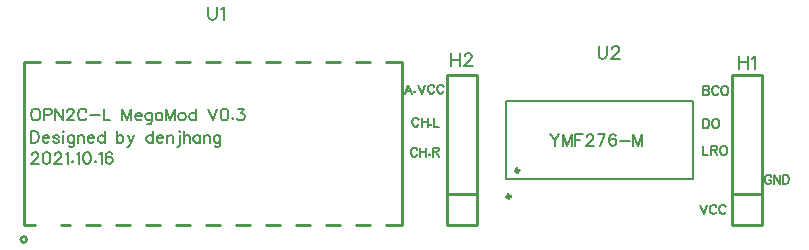
<source format=gto>
G04 Layer: TopSilkLayer*
G04 EasyEDA v6.4.25, 2021-10-17T02:20:50+08:00*
G04 2ac7491e4d7b47ffaeae1aaf30646eaa,91c7be0e0535418db580a4ece6a21754,10*
G04 Gerber Generator version 0.2*
G04 Scale: 100 percent, Rotated: No, Reflected: No *
G04 Dimensions in millimeters *
G04 leading zeros omitted , absolute positions ,4 integer and 5 decimal *
%FSLAX45Y45*%
%MOMM*%

%ADD10C,0.2540*%
%ADD21C,0.1524*%
%ADD22C,0.3000*%
%ADD23C,0.2032*%

%LPD*%
D23*
X942594Y3761739D02*
G01*
X933195Y3757168D01*
X923797Y3747770D01*
X918971Y3738371D01*
X914400Y3724147D01*
X914400Y3700779D01*
X918971Y3686810D01*
X923797Y3677412D01*
X933195Y3668013D01*
X942594Y3663187D01*
X961389Y3663187D01*
X970787Y3668013D01*
X980186Y3677412D01*
X984757Y3686810D01*
X989329Y3700779D01*
X989329Y3724147D01*
X984757Y3738371D01*
X980186Y3747770D01*
X970787Y3757168D01*
X961389Y3761739D01*
X942594Y3761739D01*
X1020318Y3761739D02*
G01*
X1020318Y3663187D01*
X1020318Y3761739D02*
G01*
X1062736Y3761739D01*
X1076705Y3757168D01*
X1081278Y3752342D01*
X1086104Y3742944D01*
X1086104Y3728973D01*
X1081278Y3719576D01*
X1076705Y3714750D01*
X1062736Y3710178D01*
X1020318Y3710178D01*
X1117092Y3761739D02*
G01*
X1117092Y3663187D01*
X1117092Y3761739D02*
G01*
X1182623Y3663187D01*
X1182623Y3761739D02*
G01*
X1182623Y3663187D01*
X1218437Y3738371D02*
G01*
X1218437Y3742944D01*
X1223010Y3752342D01*
X1227836Y3757168D01*
X1237234Y3761739D01*
X1255776Y3761739D01*
X1265173Y3757168D01*
X1270000Y3752342D01*
X1274571Y3742944D01*
X1274571Y3733545D01*
X1270000Y3724147D01*
X1260602Y3710178D01*
X1213612Y3663187D01*
X1279397Y3663187D01*
X1380744Y3738371D02*
G01*
X1375918Y3747770D01*
X1366520Y3757168D01*
X1357121Y3761739D01*
X1338579Y3761739D01*
X1329181Y3757168D01*
X1319784Y3747770D01*
X1314957Y3738371D01*
X1310386Y3724147D01*
X1310386Y3700779D01*
X1314957Y3686810D01*
X1319784Y3677412D01*
X1329181Y3668013D01*
X1338579Y3663187D01*
X1357121Y3663187D01*
X1366520Y3668013D01*
X1375918Y3677412D01*
X1380744Y3686810D01*
X1411731Y3705352D02*
G01*
X1496060Y3705352D01*
X1527047Y3761739D02*
G01*
X1527047Y3663187D01*
X1527047Y3663187D02*
G01*
X1583436Y3663187D01*
X1686560Y3761739D02*
G01*
X1686560Y3663187D01*
X1686560Y3761739D02*
G01*
X1724152Y3663187D01*
X1761489Y3761739D02*
G01*
X1724152Y3663187D01*
X1761489Y3761739D02*
G01*
X1761489Y3663187D01*
X1792478Y3700779D02*
G01*
X1848865Y3700779D01*
X1848865Y3710178D01*
X1844039Y3719576D01*
X1839468Y3724147D01*
X1830070Y3728973D01*
X1816100Y3728973D01*
X1806702Y3724147D01*
X1797304Y3714750D01*
X1792478Y3700779D01*
X1792478Y3691381D01*
X1797304Y3677412D01*
X1806702Y3668013D01*
X1816100Y3663187D01*
X1830070Y3663187D01*
X1839468Y3668013D01*
X1848865Y3677412D01*
X1935988Y3728973D02*
G01*
X1935988Y3653789D01*
X1931415Y3639820D01*
X1926589Y3634994D01*
X1917192Y3630421D01*
X1903221Y3630421D01*
X1893823Y3634994D01*
X1935988Y3714750D02*
G01*
X1926589Y3724147D01*
X1917192Y3728973D01*
X1903221Y3728973D01*
X1893823Y3724147D01*
X1884426Y3714750D01*
X1879854Y3700779D01*
X1879854Y3691381D01*
X1884426Y3677412D01*
X1893823Y3668013D01*
X1903221Y3663187D01*
X1917192Y3663187D01*
X1926589Y3668013D01*
X1935988Y3677412D01*
X2023363Y3728973D02*
G01*
X2023363Y3663187D01*
X2023363Y3714750D02*
G01*
X2013965Y3724147D01*
X2004568Y3728973D01*
X1990597Y3728973D01*
X1981200Y3724147D01*
X1971802Y3714750D01*
X1966975Y3700779D01*
X1966975Y3691381D01*
X1971802Y3677412D01*
X1981200Y3668013D01*
X1990597Y3663187D01*
X2004568Y3663187D01*
X2013965Y3668013D01*
X2023363Y3677412D01*
X2054352Y3761739D02*
G01*
X2054352Y3663187D01*
X2054352Y3761739D02*
G01*
X2091943Y3663187D01*
X2129281Y3761739D02*
G01*
X2091943Y3663187D01*
X2129281Y3761739D02*
G01*
X2129281Y3663187D01*
X2183638Y3728973D02*
G01*
X2174493Y3724147D01*
X2165095Y3714750D01*
X2160270Y3700779D01*
X2160270Y3691381D01*
X2165095Y3677412D01*
X2174493Y3668013D01*
X2183638Y3663187D01*
X2197861Y3663187D01*
X2207259Y3668013D01*
X2216658Y3677412D01*
X2221229Y3691381D01*
X2221229Y3700779D01*
X2216658Y3714750D01*
X2207259Y3724147D01*
X2197861Y3728973D01*
X2183638Y3728973D01*
X2308606Y3761739D02*
G01*
X2308606Y3663187D01*
X2308606Y3714750D02*
G01*
X2299208Y3724147D01*
X2289809Y3728973D01*
X2275586Y3728973D01*
X2266441Y3724147D01*
X2257043Y3714750D01*
X2252218Y3700779D01*
X2252218Y3691381D01*
X2257043Y3677412D01*
X2266441Y3668013D01*
X2275586Y3663187D01*
X2289809Y3663187D01*
X2299208Y3668013D01*
X2308606Y3677412D01*
X2411729Y3761739D02*
G01*
X2449322Y3663187D01*
X2486913Y3761739D02*
G01*
X2449322Y3663187D01*
X2545841Y3761739D02*
G01*
X2531872Y3757168D01*
X2522474Y3742944D01*
X2517647Y3719576D01*
X2517647Y3705352D01*
X2522474Y3681984D01*
X2531872Y3668013D01*
X2545841Y3663187D01*
X2555240Y3663187D01*
X2569463Y3668013D01*
X2578861Y3681984D01*
X2583434Y3705352D01*
X2583434Y3719576D01*
X2578861Y3742944D01*
X2569463Y3757168D01*
X2555240Y3761739D01*
X2545841Y3761739D01*
X2618993Y3686810D02*
G01*
X2614422Y3681984D01*
X2618993Y3677412D01*
X2623820Y3681984D01*
X2618993Y3686810D01*
X2664206Y3761739D02*
G01*
X2715768Y3761739D01*
X2687574Y3724147D01*
X2701543Y3724147D01*
X2710941Y3719576D01*
X2715768Y3714750D01*
X2720340Y3700779D01*
X2720340Y3691381D01*
X2715768Y3677412D01*
X2706370Y3668013D01*
X2692145Y3663187D01*
X2678175Y3663187D01*
X2664206Y3668013D01*
X2659379Y3672586D01*
X2654808Y3681984D01*
X914400Y3571239D02*
G01*
X914400Y3472687D01*
X914400Y3571239D02*
G01*
X947165Y3571239D01*
X961389Y3566668D01*
X970787Y3557270D01*
X975360Y3547871D01*
X980186Y3533647D01*
X980186Y3510279D01*
X975360Y3496310D01*
X970787Y3486912D01*
X961389Y3477513D01*
X947165Y3472687D01*
X914400Y3472687D01*
X1010920Y3510279D02*
G01*
X1067307Y3510279D01*
X1067307Y3519678D01*
X1062736Y3529076D01*
X1057910Y3533647D01*
X1048512Y3538473D01*
X1034542Y3538473D01*
X1025144Y3533647D01*
X1015745Y3524250D01*
X1010920Y3510279D01*
X1010920Y3500881D01*
X1015745Y3486912D01*
X1025144Y3477513D01*
X1034542Y3472687D01*
X1048512Y3472687D01*
X1057910Y3477513D01*
X1067307Y3486912D01*
X1149857Y3524250D02*
G01*
X1145286Y3533647D01*
X1131062Y3538473D01*
X1117092Y3538473D01*
X1102868Y3533647D01*
X1098295Y3524250D01*
X1102868Y3514852D01*
X1112265Y3510279D01*
X1135887Y3505454D01*
X1145286Y3500881D01*
X1149857Y3491484D01*
X1149857Y3486912D01*
X1145286Y3477513D01*
X1131062Y3472687D01*
X1117092Y3472687D01*
X1102868Y3477513D01*
X1098295Y3486912D01*
X1180845Y3571239D02*
G01*
X1185418Y3566668D01*
X1190244Y3571239D01*
X1185418Y3575812D01*
X1180845Y3571239D01*
X1185418Y3538473D02*
G01*
X1185418Y3472687D01*
X1277365Y3538473D02*
G01*
X1277365Y3463289D01*
X1272794Y3449320D01*
X1267968Y3444494D01*
X1258823Y3439921D01*
X1244600Y3439921D01*
X1235202Y3444494D01*
X1277365Y3524250D02*
G01*
X1267968Y3533647D01*
X1258823Y3538473D01*
X1244600Y3538473D01*
X1235202Y3533647D01*
X1225804Y3524250D01*
X1221231Y3510279D01*
X1221231Y3500881D01*
X1225804Y3486912D01*
X1235202Y3477513D01*
X1244600Y3472687D01*
X1258823Y3472687D01*
X1267968Y3477513D01*
X1277365Y3486912D01*
X1308354Y3538473D02*
G01*
X1308354Y3472687D01*
X1308354Y3519678D02*
G01*
X1322578Y3533647D01*
X1331976Y3538473D01*
X1345945Y3538473D01*
X1355344Y3533647D01*
X1359915Y3519678D01*
X1359915Y3472687D01*
X1390904Y3510279D02*
G01*
X1447292Y3510279D01*
X1447292Y3519678D01*
X1442720Y3529076D01*
X1437894Y3533647D01*
X1428495Y3538473D01*
X1414526Y3538473D01*
X1405128Y3533647D01*
X1395729Y3524250D01*
X1390904Y3510279D01*
X1390904Y3500881D01*
X1395729Y3486912D01*
X1405128Y3477513D01*
X1414526Y3472687D01*
X1428495Y3472687D01*
X1437894Y3477513D01*
X1447292Y3486912D01*
X1534413Y3571239D02*
G01*
X1534413Y3472687D01*
X1534413Y3524250D02*
G01*
X1525270Y3533647D01*
X1515871Y3538473D01*
X1501647Y3538473D01*
X1492250Y3533647D01*
X1482852Y3524250D01*
X1478279Y3510279D01*
X1478279Y3500881D01*
X1482852Y3486912D01*
X1492250Y3477513D01*
X1501647Y3472687D01*
X1515871Y3472687D01*
X1525270Y3477513D01*
X1534413Y3486912D01*
X1637792Y3571239D02*
G01*
X1637792Y3472687D01*
X1637792Y3524250D02*
G01*
X1647189Y3533647D01*
X1656587Y3538473D01*
X1670557Y3538473D01*
X1679955Y3533647D01*
X1689354Y3524250D01*
X1693926Y3510279D01*
X1693926Y3500881D01*
X1689354Y3486912D01*
X1679955Y3477513D01*
X1670557Y3472687D01*
X1656587Y3472687D01*
X1647189Y3477513D01*
X1637792Y3486912D01*
X1729739Y3538473D02*
G01*
X1757934Y3472687D01*
X1785873Y3538473D02*
G01*
X1757934Y3472687D01*
X1748536Y3453892D01*
X1739137Y3444494D01*
X1729739Y3439921D01*
X1724913Y3439921D01*
X1945386Y3571239D02*
G01*
X1945386Y3472687D01*
X1945386Y3524250D02*
G01*
X1935988Y3533647D01*
X1926589Y3538473D01*
X1912620Y3538473D01*
X1903221Y3533647D01*
X1893823Y3524250D01*
X1889252Y3510279D01*
X1889252Y3500881D01*
X1893823Y3486912D01*
X1903221Y3477513D01*
X1912620Y3472687D01*
X1926589Y3472687D01*
X1935988Y3477513D01*
X1945386Y3486912D01*
X1976374Y3510279D02*
G01*
X2032761Y3510279D01*
X2032761Y3519678D01*
X2027936Y3529076D01*
X2023363Y3533647D01*
X2013965Y3538473D01*
X1999995Y3538473D01*
X1990597Y3533647D01*
X1981200Y3524250D01*
X1976374Y3510279D01*
X1976374Y3500881D01*
X1981200Y3486912D01*
X1990597Y3477513D01*
X1999995Y3472687D01*
X2013965Y3472687D01*
X2023363Y3477513D01*
X2032761Y3486912D01*
X2063750Y3538473D02*
G01*
X2063750Y3472687D01*
X2063750Y3519678D02*
G01*
X2077720Y3533647D01*
X2087118Y3538473D01*
X2101088Y3538473D01*
X2110486Y3533647D01*
X2115311Y3519678D01*
X2115311Y3472687D01*
X2165095Y3571239D02*
G01*
X2169668Y3566668D01*
X2174493Y3571239D01*
X2169668Y3575812D01*
X2165095Y3571239D01*
X2169668Y3538473D02*
G01*
X2169668Y3458718D01*
X2165095Y3444494D01*
X2155697Y3439921D01*
X2146300Y3439921D01*
X2205227Y3571239D02*
G01*
X2205227Y3472687D01*
X2205227Y3519678D02*
G01*
X2219452Y3533647D01*
X2228850Y3538473D01*
X2242820Y3538473D01*
X2252218Y3533647D01*
X2257043Y3519678D01*
X2257043Y3472687D01*
X2344165Y3538473D02*
G01*
X2344165Y3472687D01*
X2344165Y3524250D02*
G01*
X2334768Y3533647D01*
X2325370Y3538473D01*
X2311400Y3538473D01*
X2302002Y3533647D01*
X2292604Y3524250D01*
X2287777Y3510279D01*
X2287777Y3500881D01*
X2292604Y3486912D01*
X2302002Y3477513D01*
X2311400Y3472687D01*
X2325370Y3472687D01*
X2334768Y3477513D01*
X2344165Y3486912D01*
X2375154Y3538473D02*
G01*
X2375154Y3472687D01*
X2375154Y3519678D02*
G01*
X2389124Y3533647D01*
X2398522Y3538473D01*
X2412745Y3538473D01*
X2422143Y3533647D01*
X2426715Y3519678D01*
X2426715Y3472687D01*
X2514091Y3538473D02*
G01*
X2514091Y3463289D01*
X2509265Y3449320D01*
X2504693Y3444494D01*
X2495295Y3439921D01*
X2481072Y3439921D01*
X2471674Y3444494D01*
X2514091Y3524250D02*
G01*
X2504693Y3533647D01*
X2495295Y3538473D01*
X2481072Y3538473D01*
X2471674Y3533647D01*
X2462275Y3524250D01*
X2457704Y3510279D01*
X2457704Y3500881D01*
X2462275Y3486912D01*
X2471674Y3477513D01*
X2481072Y3472687D01*
X2495295Y3472687D01*
X2504693Y3477513D01*
X2514091Y3486912D01*
X6604000Y3954271D02*
G01*
X6604000Y3877818D01*
X6604000Y3954271D02*
G01*
X6636765Y3954271D01*
X6647688Y3950715D01*
X6651243Y3946905D01*
X6654800Y3939794D01*
X6654800Y3932428D01*
X6651243Y3925062D01*
X6647688Y3921505D01*
X6636765Y3917950D01*
X6604000Y3917950D02*
G01*
X6636765Y3917950D01*
X6647688Y3914139D01*
X6651243Y3910584D01*
X6654800Y3903218D01*
X6654800Y3892295D01*
X6651243Y3885184D01*
X6647688Y3881373D01*
X6636765Y3877818D01*
X6604000Y3877818D01*
X6733540Y3935984D02*
G01*
X6729729Y3943350D01*
X6722618Y3950715D01*
X6715252Y3954271D01*
X6700774Y3954271D01*
X6693408Y3950715D01*
X6686295Y3943350D01*
X6682486Y3935984D01*
X6678929Y3925062D01*
X6678929Y3907028D01*
X6682486Y3896105D01*
X6686295Y3888739D01*
X6693408Y3881373D01*
X6700774Y3877818D01*
X6715252Y3877818D01*
X6722618Y3881373D01*
X6729729Y3888739D01*
X6733540Y3896105D01*
X6779259Y3954271D02*
G01*
X6771893Y3950715D01*
X6764781Y3943350D01*
X6760972Y3935984D01*
X6757415Y3925062D01*
X6757415Y3907028D01*
X6760972Y3896105D01*
X6764781Y3888739D01*
X6771893Y3881373D01*
X6779259Y3877818D01*
X6793738Y3877818D01*
X6801104Y3881373D01*
X6808470Y3888739D01*
X6812025Y3896105D01*
X6815581Y3907028D01*
X6815581Y3925062D01*
X6812025Y3935984D01*
X6808470Y3943350D01*
X6801104Y3950715D01*
X6793738Y3954271D01*
X6779259Y3954271D01*
X6604000Y3674871D02*
G01*
X6604000Y3598418D01*
X6604000Y3674871D02*
G01*
X6629400Y3674871D01*
X6640322Y3671315D01*
X6647688Y3663950D01*
X6651243Y3656584D01*
X6654800Y3645662D01*
X6654800Y3627628D01*
X6651243Y3616705D01*
X6647688Y3609339D01*
X6640322Y3601973D01*
X6629400Y3598418D01*
X6604000Y3598418D01*
X6700774Y3674871D02*
G01*
X6693408Y3671315D01*
X6686295Y3663950D01*
X6682486Y3656584D01*
X6678929Y3645662D01*
X6678929Y3627628D01*
X6682486Y3616705D01*
X6686295Y3609339D01*
X6693408Y3601973D01*
X6700774Y3598418D01*
X6715252Y3598418D01*
X6722618Y3601973D01*
X6729729Y3609339D01*
X6733540Y3616705D01*
X6737095Y3627628D01*
X6737095Y3645662D01*
X6733540Y3656584D01*
X6729729Y3663950D01*
X6722618Y3671315D01*
X6715252Y3674871D01*
X6700774Y3674871D01*
X6604000Y3446271D02*
G01*
X6604000Y3369818D01*
X6604000Y3369818D02*
G01*
X6647688Y3369818D01*
X6671563Y3446271D02*
G01*
X6671563Y3369818D01*
X6671563Y3446271D02*
G01*
X6704329Y3446271D01*
X6715252Y3442715D01*
X6718808Y3438905D01*
X6722618Y3431794D01*
X6722618Y3424428D01*
X6718808Y3417062D01*
X6715252Y3413505D01*
X6704329Y3409950D01*
X6671563Y3409950D01*
X6696963Y3409950D02*
G01*
X6722618Y3369818D01*
X6768338Y3446271D02*
G01*
X6760972Y3442715D01*
X6753859Y3435350D01*
X6750304Y3427984D01*
X6746493Y3417062D01*
X6746493Y3399028D01*
X6750304Y3388105D01*
X6753859Y3380739D01*
X6760972Y3373373D01*
X6768338Y3369818D01*
X6782815Y3369818D01*
X6790181Y3373373D01*
X6797547Y3380739D01*
X6801104Y3388105D01*
X6804659Y3399028D01*
X6804659Y3417062D01*
X6801104Y3427984D01*
X6797547Y3435350D01*
X6790181Y3442715D01*
X6782815Y3446271D01*
X6768338Y3446271D01*
X7179309Y3184141D02*
G01*
X7175500Y3191507D01*
X7168388Y3198873D01*
X7161022Y3202429D01*
X7146543Y3202429D01*
X7139177Y3198873D01*
X7132065Y3191507D01*
X7128256Y3184141D01*
X7124700Y3173219D01*
X7124700Y3155185D01*
X7128256Y3144263D01*
X7132065Y3136897D01*
X7139177Y3129531D01*
X7146543Y3125975D01*
X7161022Y3125975D01*
X7168388Y3129531D01*
X7175500Y3136897D01*
X7179309Y3144263D01*
X7179309Y3155185D01*
X7161022Y3155185D02*
G01*
X7179309Y3155185D01*
X7203186Y3202429D02*
G01*
X7203186Y3125975D01*
X7203186Y3202429D02*
G01*
X7254240Y3125975D01*
X7254240Y3202429D02*
G01*
X7254240Y3125975D01*
X7278115Y3202429D02*
G01*
X7278115Y3125975D01*
X7278115Y3202429D02*
G01*
X7303515Y3202429D01*
X7314438Y3198873D01*
X7321804Y3191507D01*
X7325359Y3184141D01*
X7329170Y3173219D01*
X7329170Y3155185D01*
X7325359Y3144263D01*
X7321804Y3136897D01*
X7314438Y3129531D01*
X7303515Y3125975D01*
X7278115Y3125975D01*
X6578600Y2948429D02*
G01*
X6607809Y2871975D01*
X6636765Y2948429D02*
G01*
X6607809Y2871975D01*
X6715252Y2930141D02*
G01*
X6711695Y2937507D01*
X6704329Y2944873D01*
X6697218Y2948429D01*
X6682486Y2948429D01*
X6675374Y2944873D01*
X6668008Y2937507D01*
X6664452Y2930141D01*
X6660895Y2919219D01*
X6660895Y2901185D01*
X6664452Y2890263D01*
X6668008Y2882897D01*
X6675374Y2875531D01*
X6682486Y2871975D01*
X6697218Y2871975D01*
X6704329Y2875531D01*
X6711695Y2882897D01*
X6715252Y2890263D01*
X6793991Y2930141D02*
G01*
X6790181Y2937507D01*
X6783070Y2944873D01*
X6775704Y2948429D01*
X6761225Y2948429D01*
X6753859Y2944873D01*
X6746493Y2937507D01*
X6742938Y2930141D01*
X6739381Y2919219D01*
X6739381Y2901185D01*
X6742938Y2890263D01*
X6746493Y2882897D01*
X6753859Y2875531D01*
X6761225Y2871975D01*
X6775704Y2871975D01*
X6783070Y2875531D01*
X6790181Y2882897D01*
X6793991Y2890263D01*
X5308600Y3545839D02*
G01*
X5346191Y3498850D01*
X5346191Y3447287D01*
X5383529Y3545839D02*
G01*
X5346191Y3498850D01*
X5414518Y3545839D02*
G01*
X5414518Y3447287D01*
X5414518Y3545839D02*
G01*
X5452109Y3447287D01*
X5489702Y3545839D02*
G01*
X5452109Y3447287D01*
X5489702Y3545839D02*
G01*
X5489702Y3447287D01*
X5520690Y3545839D02*
G01*
X5520690Y3447287D01*
X5520690Y3545839D02*
G01*
X5581650Y3545839D01*
X5520690Y3498850D02*
G01*
X5558281Y3498850D01*
X5617209Y3522471D02*
G01*
X5617209Y3527044D01*
X5622036Y3536442D01*
X5626608Y3541268D01*
X5636006Y3545839D01*
X5654802Y3545839D01*
X5664200Y3541268D01*
X5668772Y3536442D01*
X5673597Y3527044D01*
X5673597Y3517645D01*
X5668772Y3508247D01*
X5659374Y3494278D01*
X5612638Y3447287D01*
X5678170Y3447287D01*
X5774943Y3545839D02*
G01*
X5727954Y3447287D01*
X5709158Y3545839D02*
G01*
X5774943Y3545839D01*
X5862065Y3531870D02*
G01*
X5857493Y3541268D01*
X5843270Y3545839D01*
X5833872Y3545839D01*
X5819902Y3541268D01*
X5810504Y3527044D01*
X5805931Y3503676D01*
X5805931Y3480054D01*
X5810504Y3461512D01*
X5819902Y3452113D01*
X5833872Y3447287D01*
X5838697Y3447287D01*
X5852668Y3452113D01*
X5862065Y3461512D01*
X5866891Y3475481D01*
X5866891Y3480054D01*
X5862065Y3494278D01*
X5852668Y3503676D01*
X5838697Y3508247D01*
X5833872Y3508247D01*
X5819902Y3503676D01*
X5810504Y3494278D01*
X5805931Y3480054D01*
X5897879Y3489452D02*
G01*
X5982208Y3489452D01*
X6013195Y3545839D02*
G01*
X6013195Y3447287D01*
X6013195Y3545839D02*
G01*
X6050788Y3447287D01*
X6088125Y3545839D02*
G01*
X6050788Y3447287D01*
X6088125Y3545839D02*
G01*
X6088125Y3447287D01*
X918971Y3370071D02*
G01*
X918971Y3374644D01*
X923797Y3384042D01*
X928370Y3388868D01*
X937768Y3393439D01*
X956563Y3393439D01*
X965962Y3388868D01*
X970787Y3384042D01*
X975360Y3374644D01*
X975360Y3365245D01*
X970787Y3355847D01*
X961389Y3341878D01*
X914400Y3294887D01*
X980186Y3294887D01*
X1039113Y3393439D02*
G01*
X1025144Y3388868D01*
X1015745Y3374644D01*
X1010920Y3351276D01*
X1010920Y3337052D01*
X1015745Y3313684D01*
X1025144Y3299713D01*
X1039113Y3294887D01*
X1048512Y3294887D01*
X1062736Y3299713D01*
X1072134Y3313684D01*
X1076705Y3337052D01*
X1076705Y3351276D01*
X1072134Y3374644D01*
X1062736Y3388868D01*
X1048512Y3393439D01*
X1039113Y3393439D01*
X1112265Y3370071D02*
G01*
X1112265Y3374644D01*
X1117092Y3384042D01*
X1121663Y3388868D01*
X1131062Y3393439D01*
X1149857Y3393439D01*
X1159255Y3388868D01*
X1164081Y3384042D01*
X1168654Y3374644D01*
X1168654Y3365245D01*
X1164081Y3355847D01*
X1154684Y3341878D01*
X1107694Y3294887D01*
X1173226Y3294887D01*
X1204213Y3374644D02*
G01*
X1213612Y3379470D01*
X1227836Y3393439D01*
X1227836Y3294887D01*
X1263395Y3318510D02*
G01*
X1258823Y3313684D01*
X1263395Y3309112D01*
X1268221Y3313684D01*
X1263395Y3318510D01*
X1298955Y3374644D02*
G01*
X1308354Y3379470D01*
X1322578Y3393439D01*
X1322578Y3294887D01*
X1381505Y3393439D02*
G01*
X1367536Y3388868D01*
X1358137Y3374644D01*
X1353565Y3351276D01*
X1353565Y3337052D01*
X1358137Y3313684D01*
X1367536Y3299713D01*
X1381505Y3294887D01*
X1390904Y3294887D01*
X1405128Y3299713D01*
X1414526Y3313684D01*
X1419097Y3337052D01*
X1419097Y3351276D01*
X1414526Y3374644D01*
X1405128Y3388868D01*
X1390904Y3393439D01*
X1381505Y3393439D01*
X1454912Y3318510D02*
G01*
X1450086Y3313684D01*
X1454912Y3309112D01*
X1459484Y3313684D01*
X1454912Y3318510D01*
X1490471Y3374644D02*
G01*
X1499870Y3379470D01*
X1513839Y3393439D01*
X1513839Y3294887D01*
X1601215Y3379470D02*
G01*
X1596389Y3388868D01*
X1582420Y3393439D01*
X1573021Y3393439D01*
X1559052Y3388868D01*
X1549654Y3374644D01*
X1544828Y3351276D01*
X1544828Y3327654D01*
X1549654Y3309112D01*
X1559052Y3299713D01*
X1573021Y3294887D01*
X1577594Y3294887D01*
X1591818Y3299713D01*
X1601215Y3309112D01*
X1605787Y3323081D01*
X1605787Y3327654D01*
X1601215Y3341878D01*
X1591818Y3351276D01*
X1577594Y3355847D01*
X1573021Y3355847D01*
X1559052Y3351276D01*
X1549654Y3341878D01*
X1544828Y3327654D01*
X4105909Y3966971D02*
G01*
X4076700Y3890518D01*
X4105909Y3966971D02*
G01*
X4134865Y3890518D01*
X4087622Y3915918D02*
G01*
X4123943Y3915918D01*
X4162552Y3908805D02*
G01*
X4158995Y3904995D01*
X4162552Y3901439D01*
X4166108Y3904995D01*
X4162552Y3908805D01*
X4190238Y3966971D02*
G01*
X4219193Y3890518D01*
X4248404Y3966971D02*
G01*
X4219193Y3890518D01*
X4326890Y3948684D02*
G01*
X4323334Y3956050D01*
X4315968Y3963415D01*
X4308602Y3966971D01*
X4294124Y3966971D01*
X4286758Y3963415D01*
X4279645Y3956050D01*
X4276090Y3948684D01*
X4272279Y3937762D01*
X4272279Y3919728D01*
X4276090Y3908805D01*
X4279645Y3901439D01*
X4286758Y3894073D01*
X4294124Y3890518D01*
X4308602Y3890518D01*
X4315968Y3894073D01*
X4323334Y3901439D01*
X4326890Y3908805D01*
X4405375Y3948684D02*
G01*
X4401820Y3956050D01*
X4394454Y3963415D01*
X4387341Y3966971D01*
X4372609Y3966971D01*
X4365497Y3963415D01*
X4358131Y3956050D01*
X4354575Y3948684D01*
X4350765Y3937762D01*
X4350765Y3919728D01*
X4354575Y3908805D01*
X4358131Y3901439D01*
X4365497Y3894073D01*
X4372609Y3890518D01*
X4387341Y3890518D01*
X4394454Y3894073D01*
X4401820Y3901439D01*
X4405375Y3908805D01*
X4194809Y3669284D02*
G01*
X4191000Y3676650D01*
X4183888Y3684015D01*
X4176522Y3687571D01*
X4162043Y3687571D01*
X4154677Y3684015D01*
X4147565Y3676650D01*
X4143756Y3669284D01*
X4140200Y3658362D01*
X4140200Y3640328D01*
X4143756Y3629405D01*
X4147565Y3622039D01*
X4154677Y3614673D01*
X4162043Y3611118D01*
X4176522Y3611118D01*
X4183888Y3614673D01*
X4191000Y3622039D01*
X4194809Y3629405D01*
X4218686Y3687571D02*
G01*
X4218686Y3611118D01*
X4269740Y3687571D02*
G01*
X4269740Y3611118D01*
X4218686Y3651250D02*
G01*
X4269740Y3651250D01*
X4297172Y3629405D02*
G01*
X4293615Y3625595D01*
X4297172Y3622039D01*
X4300981Y3625595D01*
X4297172Y3629405D01*
X4324858Y3687571D02*
G01*
X4324858Y3611118D01*
X4324858Y3611118D02*
G01*
X4368545Y3611118D01*
X4182109Y3415284D02*
G01*
X4178300Y3422650D01*
X4171188Y3430015D01*
X4163822Y3433571D01*
X4149343Y3433571D01*
X4141977Y3430015D01*
X4134865Y3422650D01*
X4131056Y3415284D01*
X4127500Y3404362D01*
X4127500Y3386328D01*
X4131056Y3375405D01*
X4134865Y3368039D01*
X4141977Y3360673D01*
X4149343Y3357118D01*
X4163822Y3357118D01*
X4171188Y3360673D01*
X4178300Y3368039D01*
X4182109Y3375405D01*
X4205986Y3433571D02*
G01*
X4205986Y3357118D01*
X4257040Y3433571D02*
G01*
X4257040Y3357118D01*
X4205986Y3397250D02*
G01*
X4257040Y3397250D01*
X4284472Y3375405D02*
G01*
X4280915Y3371595D01*
X4284472Y3368039D01*
X4288281Y3371595D01*
X4284472Y3375405D01*
X4312158Y3433571D02*
G01*
X4312158Y3357118D01*
X4312158Y3433571D02*
G01*
X4344924Y3433571D01*
X4355845Y3430015D01*
X4359402Y3426205D01*
X4363211Y3419094D01*
X4363211Y3411728D01*
X4359402Y3404362D01*
X4355845Y3400805D01*
X4344924Y3397250D01*
X4312158Y3397250D01*
X4337558Y3397250D02*
G01*
X4363211Y3357118D01*
D21*
X4470400Y4230115D02*
G01*
X4470400Y4121150D01*
X4543043Y4230115D02*
G01*
X4543043Y4121150D01*
X4470400Y4178300D02*
G01*
X4543043Y4178300D01*
X4582668Y4204207D02*
G01*
X4582668Y4209287D01*
X4587747Y4219702D01*
X4593081Y4225036D01*
X4603495Y4230115D01*
X4624070Y4230115D01*
X4634484Y4225036D01*
X4639818Y4219702D01*
X4644897Y4209287D01*
X4644897Y4198873D01*
X4639818Y4188460D01*
X4629404Y4172965D01*
X4577334Y4121150D01*
X4650231Y4121150D01*
X2413000Y4623815D02*
G01*
X2413000Y4545837D01*
X2418079Y4530344D01*
X2428493Y4519929D01*
X2444241Y4514850D01*
X2454656Y4514850D01*
X2470150Y4519929D01*
X2480563Y4530344D01*
X2485643Y4545837D01*
X2485643Y4623815D01*
X2519934Y4602987D02*
G01*
X2530347Y4608321D01*
X2546095Y4623815D01*
X2546095Y4514850D01*
X5717004Y4293615D02*
G01*
X5717004Y4215637D01*
X5722084Y4200144D01*
X5732498Y4189729D01*
X5748246Y4184650D01*
X5758660Y4184650D01*
X5774154Y4189729D01*
X5784568Y4200144D01*
X5789648Y4215637D01*
X5789648Y4293615D01*
X5829272Y4267707D02*
G01*
X5829272Y4272787D01*
X5834352Y4283202D01*
X5839686Y4288536D01*
X5850100Y4293615D01*
X5870674Y4293615D01*
X5881088Y4288536D01*
X5886422Y4283202D01*
X5891502Y4272787D01*
X5891502Y4262373D01*
X5886422Y4251960D01*
X5876008Y4236465D01*
X5823938Y4184650D01*
X5896836Y4184650D01*
X6908800Y4207258D02*
G01*
X6908800Y4098292D01*
X6981443Y4207258D02*
G01*
X6981443Y4098292D01*
X6908800Y4155442D02*
G01*
X6981443Y4155442D01*
X7015734Y4186430D02*
G01*
X7026147Y4191764D01*
X7041895Y4207258D01*
X7041895Y4098292D01*
D10*
X4432300Y4051300D02*
G01*
X4432300Y2971800D01*
X4432300Y3040143D02*
G01*
X4686300Y3040143D01*
X4432300Y2971800D02*
G01*
X4432300Y2781300D01*
X4686300Y2781300D01*
X4686300Y4051300D01*
X4432300Y4051300D01*
X851098Y4157101D02*
G01*
X985748Y4157101D01*
X1122451Y4157101D02*
G01*
X1239748Y4157101D01*
X1376451Y4157101D02*
G01*
X1493748Y4157101D01*
X1630451Y4157101D02*
G01*
X1747748Y4157101D01*
X1884451Y4157101D02*
G01*
X2001748Y4157101D01*
X2138451Y4157101D02*
G01*
X2255748Y4157101D01*
X2392451Y4157101D02*
G01*
X2509748Y4157101D01*
X2646451Y4157101D02*
G01*
X2763748Y4157101D01*
X2900451Y4157101D02*
G01*
X3017748Y4157101D01*
X3154451Y4157101D02*
G01*
X3271748Y4157101D01*
X3408451Y4157101D02*
G01*
X3525748Y4157101D01*
X3662451Y4157101D02*
G01*
X3779748Y4157101D01*
X3916451Y4157101D02*
G01*
X4051101Y4157101D01*
X4051101Y2777098D01*
X3916451Y2777098D01*
X3779748Y2777098D02*
G01*
X3662456Y2777098D01*
X3525743Y2777098D02*
G01*
X3408456Y2777098D01*
X3271743Y2777098D02*
G01*
X3154456Y2777098D01*
X3017743Y2777098D02*
G01*
X2900456Y2777098D01*
X2763743Y2777098D02*
G01*
X2646456Y2777098D01*
X2509743Y2777098D02*
G01*
X2392456Y2777098D01*
X2255743Y2777098D02*
G01*
X2138456Y2777098D01*
X2001743Y2777098D02*
G01*
X1884456Y2777098D01*
X1747743Y2777098D02*
G01*
X1630456Y2777098D01*
X1493743Y2777098D02*
G01*
X1376456Y2777098D01*
X1239743Y2777098D02*
G01*
X1164831Y2777098D01*
X943368Y2777098D02*
G01*
X851098Y2777098D01*
X851098Y4157101D01*
D21*
X4935204Y3163458D02*
G01*
X4935204Y3828338D01*
X6520195Y3828338D01*
X6520195Y3163458D01*
X4935204Y3163458D01*
D10*
X6845300Y4051300D02*
G01*
X6845300Y2971800D01*
X6845300Y3040143D02*
G01*
X7099300Y3040143D01*
X6845300Y2971800D02*
G01*
X6845300Y2781300D01*
X7099300Y2781300D01*
X7099300Y4051300D01*
X6845300Y4051300D01*
G75*
G01
X876300Y2654300D02*
G03X876300Y2654300I-25400J0D01*
D22*
G75*
G01
X5044209Y3238703D02*
G03X5044209Y3238703I-15011J0D01*
G75*
G01
X4970981Y3019019D02*
G03X4970981Y3019019I-15011J0D01*
M02*

</source>
